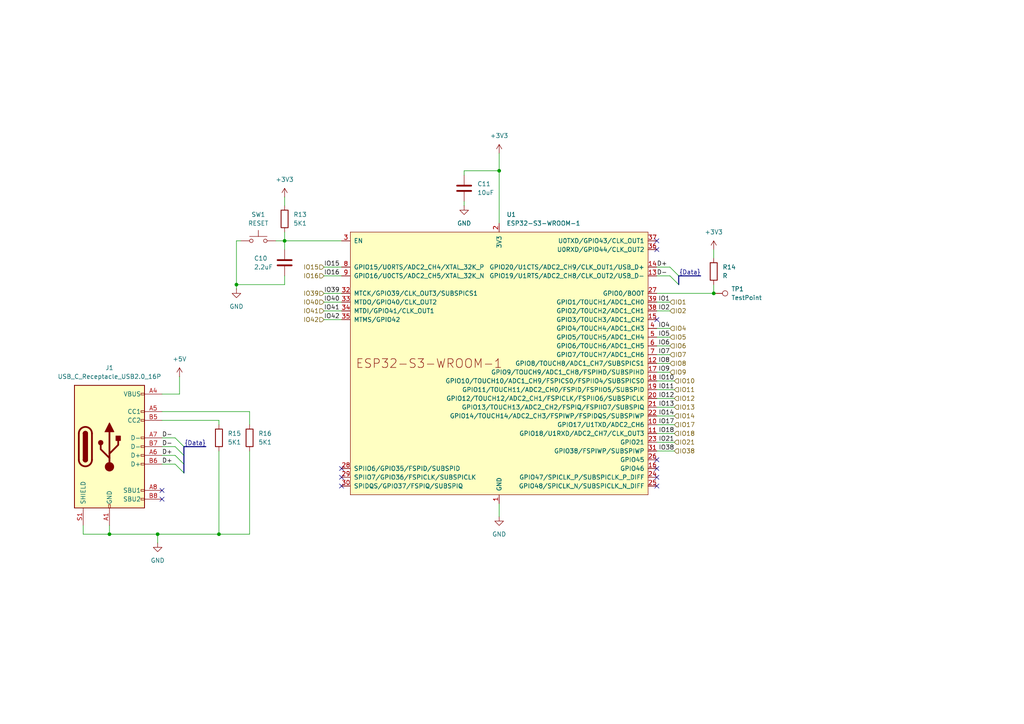
<source format=kicad_sch>
(kicad_sch (version 20250114) (generator "eeschema") (generator_version "9.0")
  (paper "A4")
  (lib_symbols
    (symbol "Connector:TestPoint" (pin_numbers (hide yes)) (pin_names (offset 0.762) (hide yes))
      (property "Reference" "TP" (at 0 6.858 0))
      (property "Value" "TestPoint" (at 0 5.08 0))
      (symbol "TestPoint_0_1"
        (circle (center 0 3.302) (radius 0.762))
      )
      (symbol "TestPoint_1_1"
        (pin passive line (at 0 0 90) (length 2.54) (name "1") (number "1"))
      )
    )
    (symbol "Connector:USB_C_Receptacle_USB2.0_16P" (pin_names (offset 1.016))
      (property "Reference" "J" (at 0 22.225 0))
      (property "Value" "USB_C_Receptacle_USB2.0_16P" (at 0 19.685 0))
      (symbol "USB_C_Receptacle_USB2.0_16P_0_0"
        (rectangle (start -0.254 -17.78) (end 0.254 -16.764))
        (rectangle (start 10.16 15.494) (end 9.144 14.986))
        (rectangle (start 10.16 10.414) (end 9.144 9.906))
        (rectangle (start 10.16 7.874) (end 9.144 7.366))
        (rectangle (start 10.16 2.794) (end 9.144 2.286))
        (rectangle (start 10.16 0.254) (end 9.144 -0.254))
        (rectangle (start 10.16 -2.286) (end 9.144 -2.794))
        (rectangle (start 10.16 -4.826) (end 9.144 -5.334))
        (rectangle (start 10.16 -12.446) (end 9.144 -12.954))
        (rectangle (start 10.16 -14.986) (end 9.144 -15.494))
      )
      (symbol "USB_C_Receptacle_USB2.0_16P_0_1"
        (rectangle (start -10.16 17.78) (end 10.16 -17.78) (stroke (width 0.254)) (fill (type background)))
        (polyline (pts (xy -8.89 -3.81) (xy -8.89 3.81)) (stroke (width 0.508)))
        (rectangle (start -7.62 -3.81) (end -6.35 3.81) (stroke (width 0.254)) (fill (type outline)))
        (arc (start -7.62 3.81) (mid -6.985 4.4423) (end -6.35 3.81) (stroke (width 0.254)))
        (arc (start -7.62 3.81) (mid -6.985 4.4423) (end -6.35 3.81) (stroke (width 0.254)) (fill (type outline)))
        (arc (start -8.89 3.81) (mid -6.985 5.7067) (end -5.08 3.81) (stroke (width 0.508)))
        (arc (start -5.08 -3.81) (mid -6.985 -5.7067) (end -8.89 -3.81) (stroke (width 0.508)))
        (arc (start -6.35 -3.81) (mid -6.985 -4.4423) (end -7.62 -3.81) (stroke (width 0.254)))
        (arc (start -6.35 -3.81) (mid -6.985 -4.4423) (end -7.62 -3.81) (stroke (width 0.254)) (fill (type outline)))
        (polyline (pts (xy -5.08 3.81) (xy -5.08 -3.81)) (stroke (width 0.508)))
        (circle (center -2.54 1.143) (radius 0.635) (stroke (width 0.254)) (fill (type outline)))
        (polyline (pts (xy -1.27 4.318) (xy 0 6.858) (xy 1.27 4.318) (xy -1.27 4.318)) (stroke (width 0.254)) (fill (type outline)))
        (polyline (pts (xy 0 -2.032) (xy 2.54 0.508) (xy 2.54 1.778)) (stroke (width 0.508)))
        (polyline (pts (xy 0 -3.302) (xy -2.54 -0.762) (xy -2.54 0.508)) (stroke (width 0.508)))
        (polyline (pts (xy 0 -5.842) (xy 0 4.318)) (stroke (width 0.508)))
        (circle (center 0 -5.842) (radius 1.27) (fill (type outline)))
        (rectangle (start 1.905 1.778) (end 3.175 3.048) (stroke (width 0.254)) (fill (type outline)))
      )
      (symbol "USB_C_Receptacle_USB2.0_16P_1_1"
        (pin passive line (at -7.62 -22.86 90) (length 5.08) (name "SHIELD") (number "S1"))
        (pin passive line (at 0 -22.86 90) (length 5.08) (name "GND") (number "A1"))
        (pin passive line (at 0 -22.86 90) (length 5.08) (hide yes) (name "GND") (number "A12"))
        (pin passive line (at 0 -22.86 90) (length 5.08) (hide yes) (name "GND") (number "B1"))
        (pin passive line (at 0 -22.86 90) (length 5.08) (hide yes) (name "GND") (number "B12"))
        (pin passive line (at 15.24 15.24 180) (length 5.08) (name "VBUS") (number "A4"))
        (pin passive line (at 15.24 15.24 180) (length 5.08) (hide yes) (name "VBUS") (number "A9"))
        (pin passive line (at 15.24 15.24 180) (length 5.08) (hide yes) (name "VBUS") (number "B4"))
        (pin passive line (at 15.24 15.24 180) (length 5.08) (hide yes) (name "VBUS") (number "B9"))
        (pin bidirectional line (at 15.24 10.16 180) (length 5.08) (name "CC1") (number "A5"))
        (pin bidirectional line (at 15.24 7.62 180) (length 5.08) (name "CC2") (number "B5"))
        (pin bidirectional line (at 15.24 2.54 180) (length 5.08) (name "D-") (number "A7"))
        (pin bidirectional line (at 15.24 0 180) (length 5.08) (name "D-") (number "B7"))
        (pin bidirectional line (at 15.24 -2.54 180) (length 5.08) (name "D+") (number "A6"))
        (pin bidirectional line (at 15.24 -5.08 180) (length 5.08) (name "D+") (number "B6"))
        (pin bidirectional line (at 15.24 -12.7 180) (length 5.08) (name "SBU1") (number "A8"))
        (pin bidirectional line (at 15.24 -15.24 180) (length 5.08) (name "SBU2") (number "B8"))
      )
    )
    (symbol "Device:C" (pin_numbers (hide yes)) (pin_names (offset 0.254))
      (property "Reference" "C" (at 0.635 2.54 0))
      (property "Value" "C" (at 0.635 -2.54 0))
      (symbol "C_0_1"
        (polyline (pts (xy -2.032 0.762) (xy 2.032 0.762)) (stroke (width 0.508)))
        (polyline (pts (xy -2.032 -0.762) (xy 2.032 -0.762)) (stroke (width 0.508)))
      )
      (symbol "C_1_1"
        (pin passive line (at 0 3.81 270) (length 2.794) (name "~") (number "1"))
        (pin passive line (at 0 -3.81 90) (length 2.794) (name "~") (number "2"))
      )
    )
    (symbol "Device:R" (pin_numbers (hide yes)) (pin_names (offset 0))
      (property "Reference" "R" (at 2.032 0 90))
      (property "Value" "R" (at 0 0 90))
      (symbol "R_0_1"
        (rectangle (start -1.016 -2.54) (end 1.016 2.54) (stroke (width 0.254)))
      )
      (symbol "R_1_1"
        (pin passive line (at 0 3.81 270) (length 1.27) (name "~") (number "1"))
        (pin passive line (at 0 -3.81 90) (length 1.27) (name "~") (number "2"))
      )
    )
    (symbol "PCM_Espressif:ESP32-S3-WROOM-1" (pin_names (offset 1.016))
      (property "Reference" "U" (at -43.18 43.18 0))
      (property "Value" "ESP32-S3-WROOM-1" (at -43.18 40.64 0))
      (symbol "ESP32-S3-WROOM-1_0_0"
        (text "ESP32-S3-WROOM-1" (at -20.32 0 0) (effects (font (size 2.54 2.54))))
        (pin input line (at -45.72 35.56 0) (length 2.54) (name "EN") (number "3"))
        (pin bidirectional line (at -45.72 27.94 0) (length 2.54) (name "GPIO15/U0RTS/ADC2_CH4/XTAL_32K_P") (number "8"))
        (pin bidirectional line (at -45.72 25.4 0) (length 2.54) (name "GPIO16/U0CTS/ADC2_CH5/XTAL_32K_N") (number "9"))
        (pin bidirectional line (at -45.72 20.32 0) (length 2.54) (name "MTCK/GPIO39/CLK_OUT3/SUBSPICS1") (number "32"))
        (pin bidirectional line (at -45.72 17.78 0) (length 2.54) (name "MTDO/GPIO40/CLK_OUT2") (number "33"))
        (pin bidirectional line (at -45.72 15.24 0) (length 2.54) (name "MTDI/GPIO41/CLK_OUT1") (number "34"))
        (pin bidirectional line (at -45.72 12.7 0) (length 2.54) (name "MTMS/GPIO42") (number "35"))
        (pin bidirectional line (at -45.72 -30.48 0) (length 2.54) (name "SPIIO6/GPIO35/FSPID/SUBSPID") (number "28"))
        (pin bidirectional line (at -45.72 -33.02 0) (length 2.54) (name "SPIIO7/GPIO36/FSPICLK/SUBSPICLK") (number "29"))
        (pin bidirectional line (at -45.72 -35.56 0) (length 2.54) (name "SPIDQS/GPIO37/FSPIQ/SUBSPIQ") (number "30"))
        (pin power_in line (at 0 40.64 270) (length 2.54) (name "3V3") (number "2"))
        (pin power_in line (at 0 -40.64 90) (length 2.54) (name "GND") (number "1"))
        (pin passive line (at 0 -40.64 90) (length 2.54) (hide yes) (name "GND") (number "40"))
        (pin passive line (at 0 -40.64 90) (length 2.54) (hide yes) (name "GND") (number "41"))
        (pin bidirectional line (at 45.72 35.56 180) (length 2.54) (name "U0TXD/GPIO43/CLK_OUT1") (number "37"))
        (pin bidirectional line (at 45.72 33.02 180) (length 2.54) (name "U0RXD/GPIO44/CLK_OUT2") (number "36"))
        (pin bidirectional line (at 45.72 27.94 180) (length 2.54) (name "GPIO20/U1CTS/ADC2_CH9/CLK_OUT1/USB_D+") (number "14"))
        (pin bidirectional line (at 45.72 25.4 180) (length 2.54) (name "GPIO19/U1RTS/ADC2_CH8/CLK_OUT2/USB_D-") (number "13"))
        (pin bidirectional line (at 45.72 20.32 180) (length 2.54) (name "GPIO0/BOOT") (number "27"))
        (pin bidirectional line (at 45.72 17.78 180) (length 2.54) (name "GPIO1/TOUCH1/ADC1_CH0") (number "39"))
        (pin bidirectional line (at 45.72 15.24 180) (length 2.54) (name "GPIO2/TOUCH2/ADC1_CH1") (number "38"))
        (pin bidirectional line (at 45.72 12.7 180) (length 2.54) (name "GPIO3/TOUCH3/ADC1_CH2") (number "15"))
        (pin bidirectional line (at 45.72 10.16 180) (length 2.54) (name "GPIO4/TOUCH4/ADC1_CH3") (number "4"))
        (pin bidirectional line (at 45.72 7.62 180) (length 2.54) (name "GPIO5/TOUCH5/ADC1_CH4") (number "5"))
        (pin bidirectional line (at 45.72 5.08 180) (length 2.54) (name "GPIO6/TOUCH6/ADC1_CH5") (number "6"))
        (pin bidirectional line (at 45.72 2.54 180) (length 2.54) (name "GPIO7/TOUCH7/ADC1_CH6") (number "7"))
        (pin bidirectional line (at 45.72 0 180) (length 2.54) (name "GPIO8/TOUCH8/ADC1_CH7/SUBSPICS1") (number "12"))
        (pin bidirectional line (at 45.72 -2.54 180) (length 2.54) (name "GPIO9/TOUCH9/ADC1_CH8/FSPIHD/SUBSPIHD") (number "17"))
        (pin bidirectional line (at 45.72 -5.08 180) (length 2.54) (name "GPIO10/TOUCH10/ADC1_CH9/FSPICS0/FSPIIO4/SUBSPICS0") (number "18"))
        (pin bidirectional line (at 45.72 -7.62 180) (length 2.54) (name "GPIO11/TOUCH11/ADC2_CH0/FSPID/FSPIIO5/SUBSPID") (number "19"))
        (pin bidirectional line (at 45.72 -10.16 180) (length 2.54) (name "GPIO12/TOUCH12/ADC2_CH1/FSPICLK/FSPIIO6/SUBSPICLK") (number "20"))
        (pin bidirectional line (at 45.72 -12.7 180) (length 2.54) (name "GPIO13/TOUCH13/ADC2_CH2/FSPIQ/FSPIIO7/SUBSPIQ") (number "21"))
        (pin bidirectional line (at 45.72 -15.24 180) (length 2.54) (name "GPIO14/TOUCH14/ADC2_CH3/FSPIWP/FSPIDQS/SUBSPIWP") (number "22"))
        (pin bidirectional line (at 45.72 -17.78 180) (length 2.54) (name "GPIO17/U1TXD/ADC2_CH6") (number "10"))
        (pin bidirectional line (at 45.72 -20.32 180) (length 2.54) (name "GPIO18/U1RXD/ADC2_CH7/CLK_OUT3") (number "11"))
        (pin bidirectional line (at 45.72 -22.86 180) (length 2.54) (name "GPIO21") (number "23"))
        (pin bidirectional line (at 45.72 -25.4 180) (length 2.54) (name "GPIO38/FSPIWP/SUBSPIWP") (number "31"))
        (pin bidirectional line (at 45.72 -27.94 180) (length 2.54) (name "GPIO45") (number "26"))
        (pin bidirectional line (at 45.72 -30.48 180) (length 2.54) (name "GPIO46") (number "16"))
        (pin bidirectional line (at 45.72 -33.02 180) (length 2.54) (name "GPIO47/SPICLK_P/SUBSPICLK_P_DIFF") (number "24"))
        (pin bidirectional line (at 45.72 -35.56 180) (length 2.54) (name "GPIO48/SPICLK_N/SUBSPICLK_N_DIFF") (number "25"))
      )
      (symbol "ESP32-S3-WROOM-1_0_1"
        (rectangle (start -43.18 38.1) (end 43.18 -38.1) (fill (type background)))
      )
    )
    (symbol "Switch:SW_Push" (pin_numbers (hide yes)) (pin_names (offset 1.016) (hide yes))
      (property "Reference" "SW" (at 1.27 2.54 0))
      (property "Value" "SW_Push" (at 0 -1.524 0))
      (symbol "SW_Push_0_1"
        (circle (center -2.032 0) (radius 0.508))
        (polyline (pts (xy 0 1.27) (xy 0 3.048)))
        (circle (center 2.032 0) (radius 0.508))
        (polyline (pts (xy 2.54 1.27) (xy -2.54 1.27)))
        (pin passive line (at -5.08 0 0) (length 2.54) (name "1") (number "1"))
        (pin passive line (at 5.08 0 180) (length 2.54) (name "2") (number "2"))
      )
    )
    (symbol "power:+3V3" (power) (pin_numbers (hide yes)) (pin_names (offset 0) (hide yes))
      (property "Value" "+3V3" (at 0 3.556 0))
      (symbol "+3V3_0_1"
        (polyline (pts (xy -0.762 1.27) (xy 0 2.54)))
        (polyline (pts (xy 0 2.54) (xy 0.762 1.27)))
        (polyline (pts (xy 0 0) (xy 0 2.54)))
      )
      (symbol "+3V3_1_1"
        (pin power_in line (at 0 0 90) (length 0) (name "~") (number "1"))
      )
    )
    (symbol "power:+5V" (power) (pin_numbers (hide yes)) (pin_names (offset 0) (hide yes))
      (property "Value" "+5V" (at 0 3.556 0))
      (symbol "+5V_0_1"
        (polyline (pts (xy -0.762 1.27) (xy 0 2.54)))
        (polyline (pts (xy 0 2.54) (xy 0.762 1.27)))
        (polyline (pts (xy 0 0) (xy 0 2.54)))
      )
      (symbol "+5V_1_1"
        (pin power_in line (at 0 0 90) (length 0) (name "~") (number "1"))
      )
    )
    (symbol "power:GND" (power) (pin_numbers (hide yes)) (pin_names (offset 0) (hide yes))
      (property "Value" "GND" (at 0 -3.81 0))
      (symbol "GND_0_1"
        (polyline (pts (xy 0 0) (xy 0 -1.27) (xy 1.27 -1.27) (xy 0 -2.54) (xy -1.27 -1.27) (xy 0 -1.27)))
      )
      (symbol "GND_1_1"
        (pin power_in line (at 0 0 270) (length 0) (name "~") (number "1"))
      )
    )
  )
  (junction (at 68.58 82.55))
  (junction (at 63.5 154.94))
  (junction (at 207.01 85.09))
  (junction (at 82.55 69.85))
  (junction (at 144.78 49.53))
  (junction (at 31.75 154.94))
  (junction (at 45.72 154.94))
  (no_connect (at 99.06 140.97))
  (no_connect (at 190.5 72.39))
  (no_connect (at 190.5 135.89))
  (no_connect (at 190.5 69.85))
  (no_connect (at 190.5 92.71))
  (no_connect (at 190.5 140.97))
  (no_connect (at 190.5 138.43))
  (no_connect (at 46.99 144.78))
  (no_connect (at 99.06 135.89))
  (no_connect (at 46.99 142.24))
  (no_connect (at 190.5 133.35))
  (no_connect (at 99.06 138.43))
  (bus_entry (at 50.8 127) (size 2.54 2.54))
  (bus_entry (at 50.8 134.62) (size 2.54 2.54))
  (bus_entry (at 194.31 77.47) (size 2.54 2.54))
  (bus_entry (at 50.8 129.54) (size 2.54 2.54))
  (bus_entry (at 194.31 80.01) (size 2.54 2.54))
  (bus_entry (at 50.8 132.08) (size 2.54 2.54))
  (wire (pts (xy 24.13 154.94) (xy 31.75 154.94)))
  (wire (pts (xy 190.5 100.33) (xy 194.31 100.33)))
  (wire (pts (xy 46.99 121.92) (xy 63.5 121.92)))
  (wire (pts (xy 93.98 92.71) (xy 99.06 92.71)))
  (wire (pts (xy 190.5 80.01) (xy 194.31 80.01)))
  (wire (pts (xy 190.5 105.41) (xy 194.31 105.41)))
  (wire (pts (xy 190.5 128.27) (xy 195.58 128.27)))
  (wire (pts (xy 134.62 49.53) (xy 134.62 50.8)))
  (wire (pts (xy 63.5 130.81) (xy 63.5 154.94)))
  (wire (pts (xy 134.62 49.53) (xy 144.78 49.53)))
  (wire (pts (xy 190.5 77.47) (xy 194.31 77.47)))
  (wire (pts (xy 46.99 127) (xy 50.8 127)))
  (wire (pts (xy 82.55 69.85) (xy 82.55 72.39)))
  (wire (pts (xy 69.85 69.85) (xy 68.58 69.85)))
  (wire (pts (xy 31.75 154.94) (xy 31.75 152.4)))
  (wire (pts (xy 46.99 134.62) (xy 50.8 134.62)))
  (wire (pts (xy 82.55 82.55) (xy 82.55 80.01)))
  (wire (pts (xy 190.5 95.25) (xy 194.31 95.25)))
  (wire (pts (xy 93.98 85.09) (xy 99.06 85.09)))
  (wire (pts (xy 190.5 102.87) (xy 194.31 102.87)))
  (wire (pts (xy 63.5 121.92) (xy 63.5 123.19)))
  (bus (pts (xy 53.34 134.62) (xy 53.34 132.08)))
  (wire (pts (xy 93.98 77.47) (xy 99.06 77.47)))
  (wire (pts (xy 93.98 90.17) (xy 99.06 90.17)))
  (wire (pts (xy 190.5 130.81) (xy 195.58 130.81)))
  (bus (pts (xy 53.34 129.54) (xy 53.34 132.08)))
  (wire (pts (xy 207.01 85.09) (xy 207.01 82.55)))
  (wire (pts (xy 190.5 120.65) (xy 195.58 120.65)))
  (wire (pts (xy 93.98 87.63) (xy 99.06 87.63)))
  (wire (pts (xy 190.5 118.11) (xy 195.58 118.11)))
  (bus (pts (xy 196.85 80.01) (xy 203.2 80.01)))
  (wire (pts (xy 46.99 132.08) (xy 50.8 132.08)))
  (wire (pts (xy 93.98 80.01) (xy 99.06 80.01)))
  (wire (pts (xy 190.5 97.79) (xy 194.31 97.79)))
  (bus (pts (xy 53.34 129.54) (xy 59.69 129.54)))
  (wire (pts (xy 46.99 119.38) (xy 72.39 119.38)))
  (wire (pts (xy 45.72 154.94) (xy 45.72 157.48)))
  (wire (pts (xy 144.78 49.53) (xy 144.78 64.77)))
  (wire (pts (xy 52.07 114.3) (xy 46.99 114.3)))
  (wire (pts (xy 31.75 154.94) (xy 45.72 154.94)))
  (wire (pts (xy 190.5 87.63) (xy 194.31 87.63)))
  (wire (pts (xy 72.39 119.38) (xy 72.39 123.19)))
  (wire (pts (xy 190.5 125.73) (xy 195.58 125.73)))
  (wire (pts (xy 190.5 85.09) (xy 207.01 85.09)))
  (wire (pts (xy 190.5 123.19) (xy 195.58 123.19)))
  (wire (pts (xy 134.62 58.42) (xy 134.62 59.69)))
  (wire (pts (xy 46.99 129.54) (xy 50.8 129.54)))
  (wire (pts (xy 80.01 69.85) (xy 82.55 69.85)))
  (wire (pts (xy 207.01 72.39) (xy 207.01 74.93)))
  (wire (pts (xy 190.5 90.17) (xy 194.31 90.17)))
  (wire (pts (xy 63.5 154.94) (xy 72.39 154.94)))
  (wire (pts (xy 82.55 82.55) (xy 68.58 82.55)))
  (wire (pts (xy 190.5 110.49) (xy 195.58 110.49)))
  (wire (pts (xy 68.58 82.55) (xy 68.58 83.82)))
  (wire (pts (xy 190.5 113.03) (xy 195.58 113.03)))
  (bus (pts (xy 53.34 137.16) (xy 53.34 134.62)))
  (wire (pts (xy 82.55 69.85) (xy 99.06 69.85)))
  (wire (pts (xy 52.07 109.22) (xy 52.07 114.3)))
  (wire (pts (xy 190.5 115.57) (xy 195.58 115.57)))
  (wire (pts (xy 82.55 57.15) (xy 82.55 59.69)))
  (wire (pts (xy 45.72 154.94) (xy 63.5 154.94)))
  (wire (pts (xy 144.78 146.05) (xy 144.78 149.86)))
  (wire (pts (xy 190.5 107.95) (xy 194.31 107.95)))
  (wire (pts (xy 24.13 152.4) (xy 24.13 154.94)))
  (wire (pts (xy 82.55 67.31) (xy 82.55 69.85)))
  (wire (pts (xy 68.58 69.85) (xy 68.58 82.55)))
  (bus (pts (xy 196.85 82.55) (xy 196.85 80.01)))
  (wire (pts (xy 72.39 130.81) (xy 72.39 154.94)))
  (wire (pts (xy 144.78 44.45) (xy 144.78 49.53)))
  (label "IO1" (at 194.31 87.63 180))
  (label "IO18" (at 195.58 125.73 180))
  (label "IO13" (at 195.58 118.11 180))
  (label "IO17" (at 195.58 123.19 180))
  (label "IO9" (at 194.31 107.95 180))
  (label "IO14" (at 195.58 120.65 180))
  (label "D+" (at 190.5 77.47 0))
  (label "IO10" (at 195.58 110.49 180))
  (label "IO8" (at 194.31 105.41 180))
  (label "IO21" (at 195.58 128.27 180))
  (label "IO40" (at 93.98 87.63 0))
  (label "D-" (at 190.5 80.01 0))
  (label "D-" (at 46.99 129.54 0))
  (label "IO11" (at 195.58 113.03 180))
  (label "IO12" (at 195.58 115.57 180))
  (label "IO42" (at 93.98 92.71 0))
  (label "D-" (at 46.99 127 0))
  (label "D+" (at 46.99 134.62 0))
  (label "IO7" (at 194.31 102.87 180))
  (label "IO4" (at 194.31 95.25 180))
  (label "IO39" (at 93.98 85.09 0))
  (label "IO2" (at 194.31 90.17 180))
  (label "IO6" (at 194.31 100.33 180))
  (label "IO5" (at 194.31 97.79 180))
  (label "IO38" (at 195.58 130.81 180))
  (label "D+" (at 46.99 132.08 0))
  (label "{Data}" (at 59.69 129.54 180))
  (label "IO16" (at 93.98 80.01 0))
  (label "{Data}" (at 203.2 80.01 180))
  (label "IO15" (at 93.98 77.47 0))
  (label "IO41" (at 93.98 90.17 0))
  (hierarchical_label "IO1" (shape input) (at 194.31 87.63 0))
  (hierarchical_label "IO8" (shape input) (at 194.31 105.41 0))
  (hierarchical_label "IO7" (shape input) (at 194.31 102.87 0))
  (hierarchical_label "IO15" (shape input) (at 93.98 77.47 180))
  (hierarchical_label "IO4" (shape input) (at 194.31 95.25 0))
  (hierarchical_label "IO39" (shape input) (at 93.98 85.09 180))
  (hierarchical_label "IO5" (shape input) (at 194.31 97.79 0))
  (hierarchical_label "IO6" (shape input) (at 194.31 100.33 0))
  (hierarchical_label "IO10" (shape input) (at 195.58 110.49 0))
  (hierarchical_label "IO11" (shape input) (at 195.58 113.03 0))
  (hierarchical_label "IO2" (shape input) (at 194.31 90.17 0))
  (hierarchical_label "IO13" (shape input) (at 195.58 118.11 0))
  (hierarchical_label "IO14" (shape input) (at 195.58 120.65 0))
  (hierarchical_label "IO12" (shape input) (at 195.58 115.57 0))
  (hierarchical_label "IO41" (shape input) (at 93.98 90.17 180))
  (hierarchical_label "IO16" (shape input) (at 93.98 80.01 180))
  (hierarchical_label "IO40" (shape input) (at 93.98 87.63 180))
  (hierarchical_label "IO42" (shape input) (at 93.98 92.71 180))
  (hierarchical_label "IO9" (shape input) (at 194.31 107.95 0))
  (hierarchical_label "IO21" (shape input) (at 195.58 128.27 0))
  (hierarchical_label "IO38" (shape input) (at 195.58 130.81 0))
  (hierarchical_label "IO17" (shape input) (at 195.58 123.19 0))
  (hierarchical_label "IO18" (shape input) (at 195.58 125.73 0))
  (symbol (lib_id "Connector:USB_C_Receptacle_USB2.0_16P") (at 31.75 129.54 0) (unit 1)
    (property "Reference" "J1" (at 31.75 106.68 0))
    (property "Value" "USB_C_Receptacle_USB2.0_16P" (at 31.75 109.22 0))
    (property "Footprint" "Connector_USB:USB_C_Receptacle_G-Switch_GT-USB-7010ASV" (effects (hide yes)))
    (property "Datasheet" "https://www.usb.org/sites/default/files/documents/usb_type-c.zip" (effects (hide yes)))
    (property "Description" "USB 2.0-only 16P Type-C Receptacle connector" (effects (hide yes)))
  )
  (symbol (lib_id "Device:C") (at 82.55 76.2 0) (unit 1)
    (property "Reference" "C10" (at 73.66 74.93 0) (effects (justify left)))
    (property "Value" "2.2uF" (at 73.66 77.47 0) (effects (justify left)))
    (property "Footprint" "Capacitor_SMD:C_1206_3216Metric" (effects (hide yes)))
    (property "Description" "Unpolarized capacitor" (effects (hide yes)))
  )
  (symbol (lib_id "power:+3V3") (at 82.55 57.15 0) (unit 1)
    (property "Reference" "#PWR09" (effects (hide yes)))
    (property "Value" "+3V3" (at 82.55 52.07 0))
    (property "Description" "Power symbol creates a global label with name \"+3V3\"" (effects (hide yes)))
  )
  (symbol (lib_id "Device:R") (at 63.5 127 0) (unit 1)
    (property "Reference" "R15" (at 66.04 125.7299 0) (effects (justify left)))
    (property "Value" "5K1" (at 66.04 128.2699 0) (effects (justify left)))
    (property "Footprint" "Resistor_SMD:R_1206_3216Metric" (effects (hide yes)))
    (property "Description" "Resistor" (effects (hide yes)))
  )
  (symbol (lib_id "Device:C") (at 134.62 54.61 0) (unit 1)
    (property "Reference" "C11" (at 138.43 53.3399 0) (effects (justify left)))
    (property "Value" "10uF" (at 138.43 55.8799 0) (effects (justify left)))
    (property "Footprint" "Capacitor_SMD:C_1206_3216Metric" (effects (hide yes)))
    (property "Description" "Unpolarized capacitor" (effects (hide yes)))
  )
  (symbol (lib_id "Device:R") (at 72.39 127 0) (unit 1)
    (property "Reference" "R16" (at 74.93 125.7299 0) (effects (justify left)))
    (property "Value" "5K1" (at 74.93 128.2699 0) (effects (justify left)))
    (property "Footprint" "Resistor_SMD:R_1206_3216Metric" (effects (hide yes)))
    (property "Description" "Resistor" (effects (hide yes)))
  )
  (symbol (lib_id "PCM_Espressif:ESP32-S3-WROOM-1") (at 144.78 105.41 0) (unit 1)
    (property "Reference" "U1" (at 146.9233 62.23 0) (effects (justify left)))
    (property "Value" "ESP32-S3-WROOM-1" (at 146.9233 64.77 0) (effects (justify left)))
    (property "Footprint" "PCM_Espressif:ESP32-S3-WROOM-1" (effects (hide yes)))
    (property "Datasheet" "https://www.espressif.com/sites/default/files/documentation/esp32-s3-wroom-1_wroom-1u_datasheet_en.pdf" (effects (hide yes)))
    (property "Description" "2.4 GHz WiFi (802.11 b/g/n) and Bluetooth ® 5 (LE) module Built around ESP32S3 series of SoCs, Xtensa ® dualcore 32bit LX7 microprocessor Flash up to 16 MB, PSRAM up to 8 MB 36 GPIOs, rich set of peripherals Onboard PCB antenna" (effects (hide yes)))
  )
  (symbol (lib_id "Device:R") (at 82.55 63.5 0) (unit 1)
    (property "Reference" "R13" (at 85.09 62.2299 0) (effects (justify left)))
    (property "Value" "5K1" (at 85.09 64.7699 0) (effects (justify left)))
    (property "Footprint" "Resistor_SMD:R_1206_3216Metric" (effects (hide yes)))
    (property "Description" "Resistor" (effects (hide yes)))
  )
  (symbol (lib_id "power:+5V") (at 52.07 109.22 0) (unit 1)
    (property "Reference" "#PWR045" (effects (hide yes)))
    (property "Value" "+5V" (at 52.07 104.14 0))
    (property "Description" "Power symbol creates a global label with name \"+5V\"" (effects (hide yes)))
  )
  (symbol (lib_id "Device:R") (at 207.01 78.74 0) (unit 1)
    (property "Reference" "R14" (at 209.55 77.4699 0) (effects (justify left)))
    (property "Value" "R" (at 209.55 80.0099 0) (effects (justify left)))
    (property "Footprint" "Resistor_SMD:R_1206_3216Metric" (effects (hide yes)))
    (property "Description" "Resistor" (effects (hide yes)))
  )
  (symbol (lib_id "Connector:TestPoint") (at 207.01 85.09 270) (unit 1)
    (property "Reference" "TP1" (at 212.09 83.8199 90) (effects (justify left)))
    (property "Value" "TestPoint" (at 212.09 86.3599 90) (effects (justify left)))
    (property "Footprint" "TestPoint:TestPoint_Pad_D2.0mm" (effects (hide yes)))
    (property "Description" "test point" (effects (hide yes)))
  )
  (symbol (lib_id "power:GND") (at 68.58 83.82 0) (unit 1)
    (property "Reference" "#PWR010" (effects (hide yes)))
    (property "Value" "GND" (at 68.58 88.9 0))
    (property "Description" "Power symbol creates a global label with name \"GND\" , ground" (effects (hide yes)))
  )
  (symbol (lib_id "Switch:SW_Push") (at 74.93 69.85 0) (unit 1)
    (property "Reference" "SW1" (at 74.93 62.23 0))
    (property "Value" "RESET" (at 74.93 64.77 0))
    (property "Footprint" "Button_Switch_THT:SW_PUSH_6mm" (effects (hide yes)))
    (property "Description" "Push button switch, generic, two pins" (effects (hide yes)))
  )
  (symbol (lib_id "power:GND") (at 134.62 59.69 0) (unit 1)
    (property "Reference" "#PWR012" (effects (hide yes)))
    (property "Value" "GND" (at 134.62 64.77 0))
    (property "Description" "Power symbol creates a global label with name \"GND\" , ground" (effects (hide yes)))
  )
  (symbol (lib_id "power:GND") (at 144.78 149.86 0) (unit 1)
    (property "Reference" "#PWR018" (effects (hide yes)))
    (property "Value" "GND" (at 144.78 154.94 0))
    (property "Description" "Power symbol creates a global label with name \"GND\" , ground" (effects (hide yes)))
  )
  (symbol (lib_id "power:+3V3") (at 144.78 44.45 0) (unit 1)
    (property "Reference" "#PWR011" (effects (hide yes)))
    (property "Value" "+3V3" (at 144.78 39.37 0))
    (property "Description" "Power symbol creates a global label with name \"+3V3\"" (effects (hide yes)))
  )
  (symbol (lib_id "power:GND") (at 45.72 157.48 0) (unit 1)
    (property "Reference" "#PWR015" (effects (hide yes)))
    (property "Value" "GND" (at 45.72 162.56 0))
    (property "Description" "Power symbol creates a global label with name \"GND\" , ground" (effects (hide yes)))
  )
  (symbol (lib_id "power:+3V3") (at 207.01 72.39 0) (unit 1)
    (property "Reference" "#PWR013" (effects (hide yes)))
    (property "Value" "+3V3" (at 207.01 67.31 0))
    (property "Description" "Power symbol creates a global label with name \"+3V3\"" (effects (hide yes)))
  )
)
</source>
